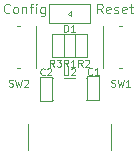
<source format=gto>
G04 #@! TF.GenerationSoftware,KiCad,Pcbnew,(6.0.9)*
G04 #@! TF.CreationDate,2023-01-08T15:38:34+09:00*
G04 #@! TF.ProjectId,BM71-Dongle,424d3731-2d44-46f6-9e67-6c652e6b6963,V2.0*
G04 #@! TF.SameCoordinates,Original*
G04 #@! TF.FileFunction,Legend,Top*
G04 #@! TF.FilePolarity,Positive*
%FSLAX46Y46*%
G04 Gerber Fmt 4.6, Leading zero omitted, Abs format (unit mm)*
G04 Created by KiCad (PCBNEW (6.0.9)) date 2023-01-08 15:38:34*
%MOMM*%
%LPD*%
G01*
G04 APERTURE LIST*
%ADD10C,0.120000*%
%ADD11C,0.100000*%
G04 APERTURE END LIST*
D10*
X2809523Y11838095D02*
X2542857Y12219047D01*
X2352380Y11838095D02*
X2352380Y12638095D01*
X2657142Y12638095D01*
X2733333Y12600000D01*
X2771428Y12561904D01*
X2809523Y12485714D01*
X2809523Y12371428D01*
X2771428Y12295238D01*
X2733333Y12257142D01*
X2657142Y12219047D01*
X2352380Y12219047D01*
X3457142Y11876190D02*
X3380952Y11838095D01*
X3228571Y11838095D01*
X3152380Y11876190D01*
X3114285Y11952380D01*
X3114285Y12257142D01*
X3152380Y12333333D01*
X3228571Y12371428D01*
X3380952Y12371428D01*
X3457142Y12333333D01*
X3495238Y12257142D01*
X3495238Y12180952D01*
X3114285Y12104761D01*
X3800000Y11876190D02*
X3876190Y11838095D01*
X4028571Y11838095D01*
X4104761Y11876190D01*
X4142857Y11952380D01*
X4142857Y11990476D01*
X4104761Y12066666D01*
X4028571Y12104761D01*
X3914285Y12104761D01*
X3838095Y12142857D01*
X3800000Y12219047D01*
X3800000Y12257142D01*
X3838095Y12333333D01*
X3914285Y12371428D01*
X4028571Y12371428D01*
X4104761Y12333333D01*
X4790476Y11876190D02*
X4714285Y11838095D01*
X4561904Y11838095D01*
X4485714Y11876190D01*
X4447619Y11952380D01*
X4447619Y12257142D01*
X4485714Y12333333D01*
X4561904Y12371428D01*
X4714285Y12371428D01*
X4790476Y12333333D01*
X4828571Y12257142D01*
X4828571Y12180952D01*
X4447619Y12104761D01*
X5057142Y12371428D02*
X5361904Y12371428D01*
X5171428Y12638095D02*
X5171428Y11952380D01*
X5209523Y11876190D01*
X5285714Y11838095D01*
X5361904Y11838095D01*
X-5057142Y11914285D02*
X-5095238Y11876190D01*
X-5209523Y11838095D01*
X-5285714Y11838095D01*
X-5400000Y11876190D01*
X-5476190Y11952380D01*
X-5514285Y12028571D01*
X-5552380Y12180952D01*
X-5552380Y12295238D01*
X-5514285Y12447619D01*
X-5476190Y12523809D01*
X-5400000Y12600000D01*
X-5285714Y12638095D01*
X-5209523Y12638095D01*
X-5095238Y12600000D01*
X-5057142Y12561904D01*
X-4600000Y11838095D02*
X-4676190Y11876190D01*
X-4714285Y11914285D01*
X-4752380Y11990476D01*
X-4752380Y12219047D01*
X-4714285Y12295238D01*
X-4676190Y12333333D01*
X-4600000Y12371428D01*
X-4485714Y12371428D01*
X-4409523Y12333333D01*
X-4371428Y12295238D01*
X-4333333Y12219047D01*
X-4333333Y11990476D01*
X-4371428Y11914285D01*
X-4409523Y11876190D01*
X-4485714Y11838095D01*
X-4600000Y11838095D01*
X-3990476Y12371428D02*
X-3990476Y11838095D01*
X-3990476Y12295238D02*
X-3952380Y12333333D01*
X-3876190Y12371428D01*
X-3761904Y12371428D01*
X-3685714Y12333333D01*
X-3647619Y12257142D01*
X-3647619Y11838095D01*
X-3380952Y12371428D02*
X-3076190Y12371428D01*
X-3266666Y11838095D02*
X-3266666Y12523809D01*
X-3228571Y12600000D01*
X-3152380Y12638095D01*
X-3076190Y12638095D01*
X-2809523Y11838095D02*
X-2809523Y12371428D01*
X-2809523Y12638095D02*
X-2847619Y12600000D01*
X-2809523Y12561904D01*
X-2771428Y12600000D01*
X-2809523Y12638095D01*
X-2809523Y12561904D01*
X-2085714Y12371428D02*
X-2085714Y11723809D01*
X-2123809Y11647619D01*
X-2161904Y11609523D01*
X-2238095Y11571428D01*
X-2352380Y11571428D01*
X-2428571Y11609523D01*
X-2085714Y11876190D02*
X-2161904Y11838095D01*
X-2314285Y11838095D01*
X-2390476Y11876190D01*
X-2428571Y11914285D01*
X-2466666Y11990476D01*
X-2466666Y12219047D01*
X-2428571Y12295238D01*
X-2390476Y12333333D01*
X-2314285Y12371428D01*
X-2161904Y12371428D01*
X-2085714Y12333333D01*
D11*
X-5125000Y5657142D02*
X-5039285Y5628571D01*
X-4896428Y5628571D01*
X-4839285Y5657142D01*
X-4810714Y5685714D01*
X-4782142Y5742857D01*
X-4782142Y5800000D01*
X-4810714Y5857142D01*
X-4839285Y5885714D01*
X-4896428Y5914285D01*
X-5010714Y5942857D01*
X-5067857Y5971428D01*
X-5096428Y6000000D01*
X-5125000Y6057142D01*
X-5125000Y6114285D01*
X-5096428Y6171428D01*
X-5067857Y6200000D01*
X-5010714Y6228571D01*
X-4867857Y6228571D01*
X-4782142Y6200000D01*
X-4582142Y6228571D02*
X-4439285Y5628571D01*
X-4325000Y6057142D01*
X-4210714Y5628571D01*
X-4067857Y6228571D01*
X-3867857Y6171428D02*
X-3839285Y6200000D01*
X-3782142Y6228571D01*
X-3639285Y6228571D01*
X-3582142Y6200000D01*
X-3553571Y6171428D01*
X-3525000Y6114285D01*
X-3525000Y6057142D01*
X-3553571Y5971428D01*
X-3896428Y5628571D01*
X-3525000Y5628571D01*
X-457142Y7178571D02*
X-457142Y6692857D01*
X-428571Y6635714D01*
X-399999Y6607142D01*
X-342857Y6578571D01*
X-228571Y6578571D01*
X-171428Y6607142D01*
X-142857Y6635714D01*
X-114285Y6692857D01*
X-114285Y7178571D01*
X142857Y7121428D02*
X171428Y7150000D01*
X228571Y7178571D01*
X371428Y7178571D01*
X428571Y7150000D01*
X457142Y7121428D01*
X485714Y7064285D01*
X485714Y7007142D01*
X457142Y6921428D01*
X114285Y6578571D01*
X485714Y6578571D01*
X1900000Y6685714D02*
X1871428Y6657142D01*
X1785714Y6628571D01*
X1728571Y6628571D01*
X1642857Y6657142D01*
X1585714Y6714285D01*
X1557142Y6771428D01*
X1528571Y6885714D01*
X1528571Y6971428D01*
X1557142Y7085714D01*
X1585714Y7142857D01*
X1642857Y7200000D01*
X1728571Y7228571D01*
X1785714Y7228571D01*
X1871428Y7200000D01*
X1900000Y7171428D01*
X2471428Y6628571D02*
X2128571Y6628571D01*
X2300000Y6628571D02*
X2300000Y7228571D01*
X2242857Y7142857D01*
X2185714Y7085714D01*
X2128571Y7057142D01*
X1100000Y7328571D02*
X900000Y7614285D01*
X757142Y7328571D02*
X757142Y7928571D01*
X985714Y7928571D01*
X1042857Y7900000D01*
X1071428Y7871428D01*
X1100000Y7814285D01*
X1100000Y7728571D01*
X1071428Y7671428D01*
X1042857Y7642857D01*
X985714Y7614285D01*
X757142Y7614285D01*
X1328571Y7871428D02*
X1357142Y7900000D01*
X1414285Y7928571D01*
X1557142Y7928571D01*
X1614285Y7900000D01*
X1642857Y7871428D01*
X1671428Y7814285D01*
X1671428Y7757142D01*
X1642857Y7671428D01*
X1300000Y7328571D01*
X1671428Y7328571D01*
X-1300000Y7328571D02*
X-1500000Y7614285D01*
X-1642857Y7328571D02*
X-1642857Y7928571D01*
X-1414285Y7928571D01*
X-1357142Y7900000D01*
X-1328571Y7871428D01*
X-1300000Y7814285D01*
X-1300000Y7728571D01*
X-1328571Y7671428D01*
X-1357142Y7642857D01*
X-1414285Y7614285D01*
X-1642857Y7614285D01*
X-1100000Y7928571D02*
X-728571Y7928571D01*
X-928571Y7700000D01*
X-842857Y7700000D01*
X-785714Y7671428D01*
X-757142Y7642857D01*
X-728571Y7585714D01*
X-728571Y7442857D01*
X-757142Y7385714D01*
X-785714Y7357142D01*
X-842857Y7328571D01*
X-1014285Y7328571D01*
X-1071428Y7357142D01*
X-1100000Y7385714D01*
X-442857Y10278571D02*
X-442857Y10878571D01*
X-300000Y10878571D01*
X-214285Y10850000D01*
X-157142Y10792857D01*
X-128571Y10735714D01*
X-100000Y10621428D01*
X-100000Y10535714D01*
X-128571Y10421428D01*
X-157142Y10364285D01*
X-214285Y10307142D01*
X-300000Y10278571D01*
X-442857Y10278571D01*
X471428Y10278571D02*
X128571Y10278571D01*
X299999Y10278571D02*
X299999Y10878571D01*
X242857Y10792857D01*
X185714Y10735714D01*
X128571Y10707142D01*
X-2099999Y6635714D02*
X-2128571Y6607142D01*
X-2214285Y6578571D01*
X-2271428Y6578571D01*
X-2357142Y6607142D01*
X-2414285Y6664285D01*
X-2442857Y6721428D01*
X-2471428Y6835714D01*
X-2471428Y6921428D01*
X-2442857Y7035714D01*
X-2414285Y7092857D01*
X-2357142Y7150000D01*
X-2271428Y7178571D01*
X-2214285Y7178571D01*
X-2128571Y7150000D01*
X-2099999Y7121428D01*
X-1871428Y7121428D02*
X-1842857Y7150000D01*
X-1785714Y7178571D01*
X-1642857Y7178571D01*
X-1585714Y7150000D01*
X-1557142Y7121428D01*
X-1528571Y7064285D01*
X-1528571Y7007142D01*
X-1557142Y6921428D01*
X-1899999Y6578571D01*
X-1528571Y6578571D01*
X-100000Y7328571D02*
X-300000Y7614285D01*
X-442857Y7328571D02*
X-442857Y7928571D01*
X-214285Y7928571D01*
X-157142Y7900000D01*
X-128571Y7871428D01*
X-100000Y7814285D01*
X-100000Y7728571D01*
X-128571Y7671428D01*
X-157142Y7642857D01*
X-214285Y7614285D01*
X-442857Y7614285D01*
X471428Y7328571D02*
X128571Y7328571D01*
X299999Y7328571D02*
X299999Y7928571D01*
X242857Y7842857D01*
X185714Y7785714D01*
X128571Y7757142D01*
X3525000Y5657142D02*
X3610714Y5628571D01*
X3753571Y5628571D01*
X3810714Y5657142D01*
X3839285Y5685714D01*
X3867857Y5742857D01*
X3867857Y5800000D01*
X3839285Y5857142D01*
X3810714Y5885714D01*
X3753571Y5914285D01*
X3639285Y5942857D01*
X3582142Y5971428D01*
X3553571Y6000000D01*
X3525000Y6057142D01*
X3525000Y6114285D01*
X3553571Y6171428D01*
X3582142Y6200000D01*
X3639285Y6228571D01*
X3782142Y6228571D01*
X3867857Y6200000D01*
X4067857Y6228571D02*
X4210714Y5628571D01*
X4325000Y6057142D01*
X4439285Y5628571D01*
X4582142Y6228571D01*
X5125000Y5628571D02*
X4782142Y5628571D01*
X4953571Y5628571D02*
X4953571Y6228571D01*
X4896428Y6142857D01*
X4839285Y6085714D01*
X4782142Y6057142D01*
D10*
X-4425000Y7200000D02*
X-4225000Y7200000D01*
X-4425000Y10800000D02*
X-4225000Y10800000D01*
X-2825000Y10800000D02*
X-2825000Y7200000D01*
X-500000Y6400000D02*
X500000Y6400000D01*
X1500000Y4500000D02*
X1500000Y6400000D01*
X-1400000Y6400000D02*
X-1500000Y6400000D01*
X-1500000Y4500000D02*
X-1400000Y4500000D01*
X1500000Y6400000D02*
X1400000Y6400000D01*
X1400000Y4500000D02*
X1500000Y4500000D01*
X-1500000Y6400000D02*
X-1500000Y4500000D01*
X2500000Y6500000D02*
X1500000Y6500000D01*
X2500000Y4500000D02*
X1500000Y4500000D01*
X2500000Y4500000D02*
X2500000Y6500000D01*
X1500000Y4500000D02*
X1500000Y6500000D01*
X1500000Y8100000D02*
X500000Y8100000D01*
X1500000Y8100000D02*
X1500000Y10100000D01*
X1500000Y10100000D02*
X500000Y10100000D01*
X500000Y8100000D02*
X500000Y10100000D01*
X-500000Y8100000D02*
X-500000Y10100000D01*
X-1500000Y8100000D02*
X-1500000Y10100000D01*
X-500000Y8100000D02*
X-1500000Y8100000D01*
X-500000Y10100000D02*
X-1500000Y10100000D01*
X-3500000Y2500000D02*
X-3500000Y300000D01*
X3500000Y2500000D02*
X3500000Y300000D01*
X-1700000Y12600000D02*
X-1700000Y11000000D01*
X-1700000Y11000000D02*
X1700000Y11000000D01*
X-100000Y11800000D02*
X100000Y12000000D01*
X100000Y11600000D02*
X-100000Y11800000D01*
X-1700000Y12600000D02*
X1700000Y12600000D01*
X100000Y12000000D02*
X100000Y11600000D01*
X1700000Y12600000D02*
X1700000Y11000000D01*
X-2500000Y6450000D02*
X-2500000Y4450000D01*
X-2500000Y4450000D02*
X-1500000Y4450000D01*
X-2500000Y6450000D02*
X-1500000Y6450000D01*
X-1500000Y6450000D02*
X-1500000Y4450000D01*
X-500000Y10100000D02*
X500000Y10100000D01*
X-500000Y8100000D02*
X500000Y8100000D01*
X-500000Y10100000D02*
X-500000Y8100000D01*
X500000Y10100000D02*
X500000Y8100000D01*
X4425000Y10800000D02*
X4225000Y10800000D01*
X4425000Y7200000D02*
X4225000Y7200000D01*
X2825000Y7200000D02*
X2825000Y10800000D01*
M02*

</source>
